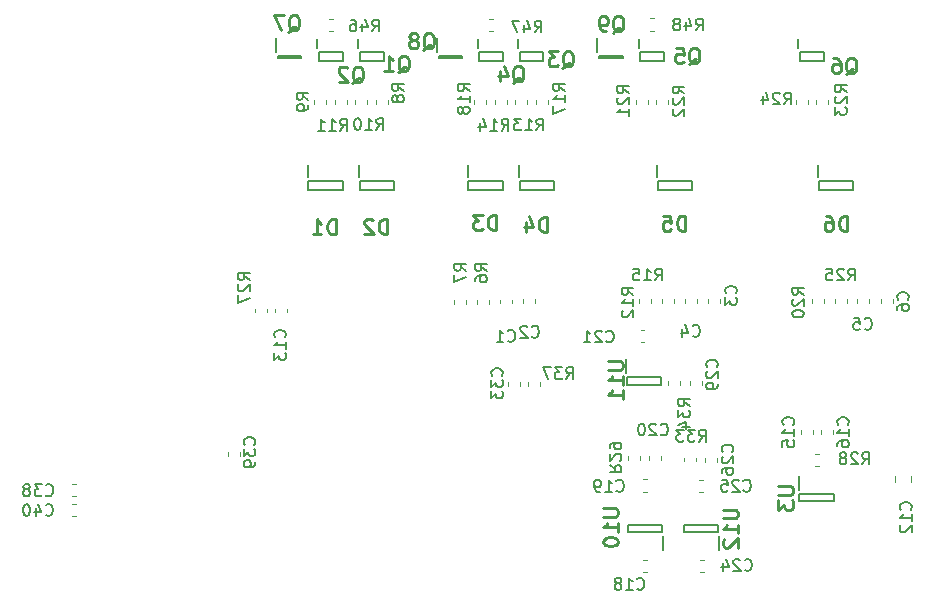
<source format=gbr>
G04 #@! TF.GenerationSoftware,KiCad,Pcbnew,5.1.4-e60b266~84~ubuntu18.04.1*
G04 #@! TF.CreationDate,2019-11-16T12:15:05+03:00*
G04 #@! TF.ProjectId,EV2400-EVM-Interface-Board,45563234-3030-42d4-9556-4d2d496e7465,v1.0*
G04 #@! TF.SameCoordinates,Original*
G04 #@! TF.FileFunction,Legend,Bot*
G04 #@! TF.FilePolarity,Positive*
%FSLAX46Y46*%
G04 Gerber Fmt 4.6, Leading zero omitted, Abs format (unit mm)*
G04 Created by KiCad (PCBNEW 5.1.4-e60b266~84~ubuntu18.04.1) date 2019-11-16 12:15:05*
%MOMM*%
%LPD*%
G04 APERTURE LIST*
%ADD10C,0.200000*%
%ADD11C,0.120000*%
%ADD12C,0.254000*%
%ADD13C,0.150000*%
G04 APERTURE END LIST*
D10*
X152915000Y-74600000D02*
X152915000Y-75600000D01*
X155880000Y-75950000D02*
X152960000Y-75950000D01*
X155880000Y-76650000D02*
X155880000Y-75950000D01*
X152960000Y-76650000D02*
X155880000Y-76650000D01*
X152960000Y-75950000D02*
X152960000Y-76650000D01*
X178235000Y-74600000D02*
X178235000Y-75600000D01*
X181200000Y-75950000D02*
X178280000Y-75950000D01*
X181200000Y-76650000D02*
X181200000Y-75950000D01*
X178280000Y-76650000D02*
X181200000Y-76650000D01*
X178280000Y-75950000D02*
X178280000Y-76650000D01*
X164605000Y-74600000D02*
X164605000Y-75600000D01*
X167570000Y-75950000D02*
X164650000Y-75950000D01*
X167570000Y-76650000D02*
X167570000Y-75950000D01*
X164650000Y-76650000D02*
X167570000Y-76650000D01*
X164650000Y-75950000D02*
X164650000Y-76650000D01*
X148575000Y-74600000D02*
X148575000Y-75600000D01*
X151540000Y-75950000D02*
X148620000Y-75950000D01*
X151540000Y-76650000D02*
X151540000Y-75950000D01*
X148620000Y-76650000D02*
X151540000Y-76650000D01*
X148620000Y-75950000D02*
X148620000Y-76650000D01*
X139365000Y-74600000D02*
X139365000Y-75600000D01*
X142330000Y-75950000D02*
X139410000Y-75950000D01*
X142330000Y-76650000D02*
X142330000Y-75950000D01*
X139410000Y-76650000D02*
X142330000Y-76650000D01*
X139410000Y-75950000D02*
X139410000Y-76650000D01*
X135005000Y-74600000D02*
X135005000Y-75600000D01*
X137970000Y-75950000D02*
X135050000Y-75950000D01*
X137970000Y-76650000D02*
X137970000Y-75950000D01*
X135050000Y-76650000D02*
X137970000Y-76650000D01*
X135050000Y-75950000D02*
X135050000Y-76650000D01*
X169820000Y-107170000D02*
X169820000Y-105970000D01*
X166870000Y-105620000D02*
X169770000Y-105620000D01*
X166870000Y-105020000D02*
X166870000Y-105620000D01*
X169770000Y-105020000D02*
X166870000Y-105020000D01*
X169770000Y-105620000D02*
X169770000Y-105020000D01*
X162000000Y-91000000D02*
X162000000Y-92200000D01*
X164950000Y-92550000D02*
X162050000Y-92550000D01*
X164950000Y-93150000D02*
X164950000Y-92550000D01*
X162050000Y-93150000D02*
X164950000Y-93150000D01*
X162050000Y-92550000D02*
X162050000Y-93150000D01*
X165070000Y-107170000D02*
X165070000Y-105970000D01*
X162120000Y-105620000D02*
X165020000Y-105620000D01*
X162120000Y-105020000D02*
X162120000Y-105620000D01*
X165020000Y-105020000D02*
X162120000Y-105020000D01*
X165020000Y-105620000D02*
X165020000Y-105020000D01*
X176596000Y-100870000D02*
X176596000Y-102070000D01*
X179546000Y-102420000D02*
X176646000Y-102420000D01*
X179546000Y-103020000D02*
X179546000Y-102420000D01*
X176646000Y-103020000D02*
X179546000Y-103020000D01*
X176646000Y-102420000D02*
X176646000Y-103020000D01*
X176570000Y-63925000D02*
X176570000Y-64675000D01*
X178720000Y-65025000D02*
X176720000Y-65025000D01*
X178720000Y-65775000D02*
X178720000Y-65025000D01*
X176720000Y-65775000D02*
X178720000Y-65775000D01*
X176720000Y-65025000D02*
X176720000Y-65775000D01*
X163040000Y-63925000D02*
X163040000Y-64675000D01*
X165190000Y-65025000D02*
X163190000Y-65025000D01*
X165190000Y-65775000D02*
X165190000Y-65025000D01*
X163190000Y-65775000D02*
X165190000Y-65775000D01*
X163190000Y-65025000D02*
X163190000Y-65775000D01*
X149400000Y-63925000D02*
X149400000Y-64675000D01*
X151550000Y-65025000D02*
X149550000Y-65025000D01*
X151550000Y-65775000D02*
X151550000Y-65025000D01*
X149550000Y-65775000D02*
X151550000Y-65775000D01*
X149550000Y-65025000D02*
X149550000Y-65775000D01*
X152810000Y-63925000D02*
X152810000Y-64675000D01*
X154960000Y-65025000D02*
X152960000Y-65025000D01*
X154960000Y-65775000D02*
X154960000Y-65025000D01*
X152960000Y-65775000D02*
X154960000Y-65775000D01*
X152960000Y-65025000D02*
X152960000Y-65775000D01*
X135820000Y-63925000D02*
X135820000Y-64675000D01*
X137970000Y-65025000D02*
X135970000Y-65025000D01*
X137970000Y-65775000D02*
X137970000Y-65025000D01*
X135970000Y-65775000D02*
X137970000Y-65775000D01*
X135970000Y-65025000D02*
X135970000Y-65775000D01*
X139300000Y-63925000D02*
X139300000Y-64675000D01*
X141450000Y-65025000D02*
X139450000Y-65025000D01*
X141450000Y-65775000D02*
X141450000Y-65025000D01*
X139450000Y-65775000D02*
X141450000Y-65775000D01*
X139450000Y-65025000D02*
X139450000Y-65775000D01*
X159525000Y-63825000D02*
X159525000Y-64975000D01*
X161700000Y-65325000D02*
X159700000Y-65325000D01*
X161700000Y-65475000D02*
X161700000Y-65325000D01*
X159700000Y-65475000D02*
X161700000Y-65475000D01*
X159700000Y-65325000D02*
X159700000Y-65475000D01*
X145945000Y-63825000D02*
X145945000Y-64975000D01*
X148120000Y-65325000D02*
X146120000Y-65325000D01*
X148120000Y-65475000D02*
X148120000Y-65325000D01*
X146120000Y-65475000D02*
X148120000Y-65475000D01*
X146120000Y-65325000D02*
X146120000Y-65475000D01*
X132315000Y-63825000D02*
X132315000Y-64975000D01*
X134490000Y-65325000D02*
X132490000Y-65325000D01*
X134490000Y-65475000D02*
X134490000Y-65325000D01*
X132490000Y-65475000D02*
X134490000Y-65475000D01*
X132490000Y-65325000D02*
X132490000Y-65475000D01*
D11*
X164352779Y-63180000D02*
X164027221Y-63180000D01*
X164352779Y-62160000D02*
X164027221Y-62160000D01*
X150722779Y-63220000D02*
X150397221Y-63220000D01*
X150722779Y-62200000D02*
X150397221Y-62200000D01*
X137142779Y-63210000D02*
X136817221Y-63210000D01*
X137142779Y-62190000D02*
X136817221Y-62190000D01*
X154670000Y-92977221D02*
X154670000Y-93302779D01*
X153650000Y-92977221D02*
X153650000Y-93302779D01*
X165540000Y-93162779D02*
X165540000Y-92837221D01*
X166560000Y-93162779D02*
X166560000Y-92837221D01*
X166840000Y-99662779D02*
X166840000Y-99337221D01*
X167860000Y-99662779D02*
X167860000Y-99337221D01*
X162110000Y-99542779D02*
X162110000Y-99217221D01*
X163130000Y-99542779D02*
X163130000Y-99217221D01*
X177963221Y-99060000D02*
X178288779Y-99060000D01*
X177963221Y-100080000D02*
X178288779Y-100080000D01*
X131560000Y-86727221D02*
X131560000Y-87052779D01*
X130540000Y-86727221D02*
X130540000Y-87052779D01*
X180670000Y-85947221D02*
X180670000Y-86272779D01*
X179650000Y-85947221D02*
X179650000Y-86272779D01*
X177350000Y-69037221D02*
X177350000Y-69362779D01*
X176330000Y-69037221D02*
X176330000Y-69362779D01*
X179060000Y-69037221D02*
X179060000Y-69362779D01*
X178040000Y-69037221D02*
X178040000Y-69362779D01*
X165530000Y-69037221D02*
X165530000Y-69362779D01*
X164510000Y-69037221D02*
X164510000Y-69362779D01*
X163820000Y-69037221D02*
X163820000Y-69362779D01*
X162800000Y-69037221D02*
X162800000Y-69362779D01*
X178770000Y-85947221D02*
X178770000Y-86272779D01*
X177750000Y-85947221D02*
X177750000Y-86272779D01*
X150150000Y-69037221D02*
X150150000Y-69362779D01*
X149130000Y-69037221D02*
X149130000Y-69362779D01*
X155360000Y-69037221D02*
X155360000Y-69362779D01*
X154340000Y-69037221D02*
X154340000Y-69362779D01*
X166010000Y-85947221D02*
X166010000Y-86272779D01*
X164990000Y-85947221D02*
X164990000Y-86272779D01*
X151880000Y-69037221D02*
X151880000Y-69362779D01*
X150860000Y-69037221D02*
X150860000Y-69362779D01*
X153620000Y-69037221D02*
X153620000Y-69362779D01*
X152600000Y-69037221D02*
X152600000Y-69362779D01*
X164060000Y-85947221D02*
X164060000Y-86272779D01*
X163040000Y-85947221D02*
X163040000Y-86272779D01*
X138330000Y-69037221D02*
X138330000Y-69362779D01*
X137310000Y-69037221D02*
X137310000Y-69362779D01*
X140060000Y-69037221D02*
X140060000Y-69362779D01*
X139040000Y-69037221D02*
X139040000Y-69362779D01*
X136560000Y-69037221D02*
X136560000Y-69362779D01*
X135540000Y-69037221D02*
X135540000Y-69362779D01*
X141810000Y-69037221D02*
X141810000Y-69362779D01*
X140790000Y-69037221D02*
X140790000Y-69362779D01*
X148420000Y-85967221D02*
X148420000Y-86292779D01*
X147400000Y-85967221D02*
X147400000Y-86292779D01*
X150370000Y-85967221D02*
X150370000Y-86292779D01*
X149350000Y-85967221D02*
X149350000Y-86292779D01*
X115362779Y-104310000D02*
X115037221Y-104310000D01*
X115362779Y-103290000D02*
X115037221Y-103290000D01*
X128290000Y-99212779D02*
X128290000Y-98887221D01*
X129310000Y-99212779D02*
X129310000Y-98887221D01*
X115037221Y-101590000D02*
X115362779Y-101590000D01*
X115037221Y-102610000D02*
X115362779Y-102610000D01*
X152980000Y-92967221D02*
X152980000Y-93292779D01*
X151960000Y-92967221D02*
X151960000Y-93292779D01*
X167390000Y-93162779D02*
X167390000Y-92837221D01*
X168410000Y-93162779D02*
X168410000Y-92837221D01*
X168670000Y-99672779D02*
X168670000Y-99347221D01*
X169690000Y-99672779D02*
X169690000Y-99347221D01*
X168462779Y-102260000D02*
X168137221Y-102260000D01*
X168462779Y-101240000D02*
X168137221Y-101240000D01*
X168562779Y-109010000D02*
X168237221Y-109010000D01*
X168562779Y-107990000D02*
X168237221Y-107990000D01*
X163207221Y-88530000D02*
X163532779Y-88530000D01*
X163207221Y-89550000D02*
X163532779Y-89550000D01*
X163940000Y-99512779D02*
X163940000Y-99187221D01*
X164960000Y-99512779D02*
X164960000Y-99187221D01*
X163762779Y-102210000D02*
X163437221Y-102210000D01*
X163762779Y-101190000D02*
X163437221Y-101190000D01*
X163762779Y-109010000D02*
X163437221Y-109010000D01*
X163762779Y-107990000D02*
X163437221Y-107990000D01*
X178446000Y-97362779D02*
X178446000Y-97037221D01*
X179466000Y-97362779D02*
X179466000Y-97037221D01*
X176806000Y-97362779D02*
X176806000Y-97037221D01*
X177826000Y-97362779D02*
X177826000Y-97037221D01*
X133230000Y-86727221D02*
X133230000Y-87052779D01*
X132210000Y-86727221D02*
X132210000Y-87052779D01*
X186130000Y-100891422D02*
X186130000Y-101408578D01*
X184710000Y-100891422D02*
X184710000Y-101408578D01*
X184560000Y-85947221D02*
X184560000Y-86272779D01*
X183540000Y-85947221D02*
X183540000Y-86272779D01*
X182580000Y-85947221D02*
X182580000Y-86272779D01*
X181560000Y-85947221D02*
X181560000Y-86272779D01*
X167960000Y-85947221D02*
X167960000Y-86272779D01*
X166940000Y-85947221D02*
X166940000Y-86272779D01*
X169910000Y-85937221D02*
X169910000Y-86262779D01*
X168890000Y-85937221D02*
X168890000Y-86262779D01*
X154260000Y-85947221D02*
X154260000Y-86272779D01*
X153240000Y-85947221D02*
X153240000Y-86272779D01*
X152320000Y-85957221D02*
X152320000Y-86282779D01*
X151300000Y-85957221D02*
X151300000Y-86282779D01*
D12*
X155307380Y-80234523D02*
X155307380Y-78964523D01*
X155005000Y-78964523D01*
X154823571Y-79025000D01*
X154702619Y-79145952D01*
X154642142Y-79266904D01*
X154581666Y-79508809D01*
X154581666Y-79690238D01*
X154642142Y-79932142D01*
X154702619Y-80053095D01*
X154823571Y-80174047D01*
X155005000Y-80234523D01*
X155307380Y-80234523D01*
X153493095Y-79387857D02*
X153493095Y-80234523D01*
X153795476Y-78904047D02*
X154097857Y-79811190D01*
X153311666Y-79811190D01*
X180717380Y-80154523D02*
X180717380Y-78884523D01*
X180415000Y-78884523D01*
X180233571Y-78945000D01*
X180112619Y-79065952D01*
X180052142Y-79186904D01*
X179991666Y-79428809D01*
X179991666Y-79610238D01*
X180052142Y-79852142D01*
X180112619Y-79973095D01*
X180233571Y-80094047D01*
X180415000Y-80154523D01*
X180717380Y-80154523D01*
X178903095Y-78884523D02*
X179145000Y-78884523D01*
X179265952Y-78945000D01*
X179326428Y-79005476D01*
X179447380Y-79186904D01*
X179507857Y-79428809D01*
X179507857Y-79912619D01*
X179447380Y-80033571D01*
X179386904Y-80094047D01*
X179265952Y-80154523D01*
X179024047Y-80154523D01*
X178903095Y-80094047D01*
X178842619Y-80033571D01*
X178782142Y-79912619D01*
X178782142Y-79610238D01*
X178842619Y-79489285D01*
X178903095Y-79428809D01*
X179024047Y-79368333D01*
X179265952Y-79368333D01*
X179386904Y-79428809D01*
X179447380Y-79489285D01*
X179507857Y-79610238D01*
X166997380Y-80124523D02*
X166997380Y-78854523D01*
X166695000Y-78854523D01*
X166513571Y-78915000D01*
X166392619Y-79035952D01*
X166332142Y-79156904D01*
X166271666Y-79398809D01*
X166271666Y-79580238D01*
X166332142Y-79822142D01*
X166392619Y-79943095D01*
X166513571Y-80064047D01*
X166695000Y-80124523D01*
X166997380Y-80124523D01*
X165122619Y-78854523D02*
X165727380Y-78854523D01*
X165787857Y-79459285D01*
X165727380Y-79398809D01*
X165606428Y-79338333D01*
X165304047Y-79338333D01*
X165183095Y-79398809D01*
X165122619Y-79459285D01*
X165062142Y-79580238D01*
X165062142Y-79882619D01*
X165122619Y-80003571D01*
X165183095Y-80064047D01*
X165304047Y-80124523D01*
X165606428Y-80124523D01*
X165727380Y-80064047D01*
X165787857Y-80003571D01*
X150987380Y-80064523D02*
X150987380Y-78794523D01*
X150685000Y-78794523D01*
X150503571Y-78855000D01*
X150382619Y-78975952D01*
X150322142Y-79096904D01*
X150261666Y-79338809D01*
X150261666Y-79520238D01*
X150322142Y-79762142D01*
X150382619Y-79883095D01*
X150503571Y-80004047D01*
X150685000Y-80064523D01*
X150987380Y-80064523D01*
X149838333Y-78794523D02*
X149052142Y-78794523D01*
X149475476Y-79278333D01*
X149294047Y-79278333D01*
X149173095Y-79338809D01*
X149112619Y-79399285D01*
X149052142Y-79520238D01*
X149052142Y-79822619D01*
X149112619Y-79943571D01*
X149173095Y-80004047D01*
X149294047Y-80064523D01*
X149656904Y-80064523D01*
X149777857Y-80004047D01*
X149838333Y-79943571D01*
X141757380Y-80394523D02*
X141757380Y-79124523D01*
X141455000Y-79124523D01*
X141273571Y-79185000D01*
X141152619Y-79305952D01*
X141092142Y-79426904D01*
X141031666Y-79668809D01*
X141031666Y-79850238D01*
X141092142Y-80092142D01*
X141152619Y-80213095D01*
X141273571Y-80334047D01*
X141455000Y-80394523D01*
X141757380Y-80394523D01*
X140547857Y-79245476D02*
X140487380Y-79185000D01*
X140366428Y-79124523D01*
X140064047Y-79124523D01*
X139943095Y-79185000D01*
X139882619Y-79245476D01*
X139822142Y-79366428D01*
X139822142Y-79487380D01*
X139882619Y-79668809D01*
X140608333Y-80394523D01*
X139822142Y-80394523D01*
X137397380Y-80444523D02*
X137397380Y-79174523D01*
X137095000Y-79174523D01*
X136913571Y-79235000D01*
X136792619Y-79355952D01*
X136732142Y-79476904D01*
X136671666Y-79718809D01*
X136671666Y-79900238D01*
X136732142Y-80142142D01*
X136792619Y-80263095D01*
X136913571Y-80384047D01*
X137095000Y-80444523D01*
X137397380Y-80444523D01*
X135462142Y-80444523D02*
X136187857Y-80444523D01*
X135825000Y-80444523D02*
X135825000Y-79174523D01*
X135945952Y-79355952D01*
X136066904Y-79476904D01*
X136187857Y-79537380D01*
X170164523Y-103747619D02*
X171192619Y-103747619D01*
X171313571Y-103808095D01*
X171374047Y-103868571D01*
X171434523Y-103989523D01*
X171434523Y-104231428D01*
X171374047Y-104352380D01*
X171313571Y-104412857D01*
X171192619Y-104473333D01*
X170164523Y-104473333D01*
X171434523Y-105743333D02*
X171434523Y-105017619D01*
X171434523Y-105380476D02*
X170164523Y-105380476D01*
X170345952Y-105259523D01*
X170466904Y-105138571D01*
X170527380Y-105017619D01*
X170285476Y-106227142D02*
X170225000Y-106287619D01*
X170164523Y-106408571D01*
X170164523Y-106710952D01*
X170225000Y-106831904D01*
X170285476Y-106892380D01*
X170406428Y-106952857D01*
X170527380Y-106952857D01*
X170708809Y-106892380D01*
X171434523Y-106166666D01*
X171434523Y-106952857D01*
X160454523Y-91167619D02*
X161482619Y-91167619D01*
X161603571Y-91228095D01*
X161664047Y-91288571D01*
X161724523Y-91409523D01*
X161724523Y-91651428D01*
X161664047Y-91772380D01*
X161603571Y-91832857D01*
X161482619Y-91893333D01*
X160454523Y-91893333D01*
X161724523Y-93163333D02*
X161724523Y-92437619D01*
X161724523Y-92800476D02*
X160454523Y-92800476D01*
X160635952Y-92679523D01*
X160756904Y-92558571D01*
X160817380Y-92437619D01*
X161724523Y-94372857D02*
X161724523Y-93647142D01*
X161724523Y-94010000D02*
X160454523Y-94010000D01*
X160635952Y-93889047D01*
X160756904Y-93768095D01*
X160817380Y-93647142D01*
X160034523Y-103617619D02*
X161062619Y-103617619D01*
X161183571Y-103678095D01*
X161244047Y-103738571D01*
X161304523Y-103859523D01*
X161304523Y-104101428D01*
X161244047Y-104222380D01*
X161183571Y-104282857D01*
X161062619Y-104343333D01*
X160034523Y-104343333D01*
X161304523Y-105613333D02*
X161304523Y-104887619D01*
X161304523Y-105250476D02*
X160034523Y-105250476D01*
X160215952Y-105129523D01*
X160336904Y-105008571D01*
X160397380Y-104887619D01*
X160034523Y-106399523D02*
X160034523Y-106520476D01*
X160095000Y-106641428D01*
X160155476Y-106701904D01*
X160276428Y-106762380D01*
X160518333Y-106822857D01*
X160820714Y-106822857D01*
X161062619Y-106762380D01*
X161183571Y-106701904D01*
X161244047Y-106641428D01*
X161304523Y-106520476D01*
X161304523Y-106399523D01*
X161244047Y-106278571D01*
X161183571Y-106218095D01*
X161062619Y-106157619D01*
X160820714Y-106097142D01*
X160518333Y-106097142D01*
X160276428Y-106157619D01*
X160155476Y-106218095D01*
X160095000Y-106278571D01*
X160034523Y-106399523D01*
X174860523Y-101752380D02*
X175888619Y-101752380D01*
X176009571Y-101812857D01*
X176070047Y-101873333D01*
X176130523Y-101994285D01*
X176130523Y-102236190D01*
X176070047Y-102357142D01*
X176009571Y-102417619D01*
X175888619Y-102478095D01*
X174860523Y-102478095D01*
X174860523Y-102961904D02*
X174860523Y-103748095D01*
X175344333Y-103324761D01*
X175344333Y-103506190D01*
X175404809Y-103627142D01*
X175465285Y-103687619D01*
X175586238Y-103748095D01*
X175888619Y-103748095D01*
X176009571Y-103687619D01*
X176070047Y-103627142D01*
X176130523Y-103506190D01*
X176130523Y-103143333D01*
X176070047Y-103022380D01*
X176009571Y-102961904D01*
X180560952Y-66895476D02*
X180681904Y-66835000D01*
X180802857Y-66714047D01*
X180984285Y-66532619D01*
X181105238Y-66472142D01*
X181226190Y-66472142D01*
X181165714Y-66774523D02*
X181286666Y-66714047D01*
X181407619Y-66593095D01*
X181468095Y-66351190D01*
X181468095Y-65927857D01*
X181407619Y-65685952D01*
X181286666Y-65565000D01*
X181165714Y-65504523D01*
X180923809Y-65504523D01*
X180802857Y-65565000D01*
X180681904Y-65685952D01*
X180621428Y-65927857D01*
X180621428Y-66351190D01*
X180681904Y-66593095D01*
X180802857Y-66714047D01*
X180923809Y-66774523D01*
X181165714Y-66774523D01*
X179532857Y-65504523D02*
X179774761Y-65504523D01*
X179895714Y-65565000D01*
X179956190Y-65625476D01*
X180077142Y-65806904D01*
X180137619Y-66048809D01*
X180137619Y-66532619D01*
X180077142Y-66653571D01*
X180016666Y-66714047D01*
X179895714Y-66774523D01*
X179653809Y-66774523D01*
X179532857Y-66714047D01*
X179472380Y-66653571D01*
X179411904Y-66532619D01*
X179411904Y-66230238D01*
X179472380Y-66109285D01*
X179532857Y-66048809D01*
X179653809Y-65988333D01*
X179895714Y-65988333D01*
X180016666Y-66048809D01*
X180077142Y-66109285D01*
X180137619Y-66230238D01*
X167270952Y-66055476D02*
X167391904Y-65995000D01*
X167512857Y-65874047D01*
X167694285Y-65692619D01*
X167815238Y-65632142D01*
X167936190Y-65632142D01*
X167875714Y-65934523D02*
X167996666Y-65874047D01*
X168117619Y-65753095D01*
X168178095Y-65511190D01*
X168178095Y-65087857D01*
X168117619Y-64845952D01*
X167996666Y-64725000D01*
X167875714Y-64664523D01*
X167633809Y-64664523D01*
X167512857Y-64725000D01*
X167391904Y-64845952D01*
X167331428Y-65087857D01*
X167331428Y-65511190D01*
X167391904Y-65753095D01*
X167512857Y-65874047D01*
X167633809Y-65934523D01*
X167875714Y-65934523D01*
X166182380Y-64664523D02*
X166787142Y-64664523D01*
X166847619Y-65269285D01*
X166787142Y-65208809D01*
X166666190Y-65148333D01*
X166363809Y-65148333D01*
X166242857Y-65208809D01*
X166182380Y-65269285D01*
X166121904Y-65390238D01*
X166121904Y-65692619D01*
X166182380Y-65813571D01*
X166242857Y-65874047D01*
X166363809Y-65934523D01*
X166666190Y-65934523D01*
X166787142Y-65874047D01*
X166847619Y-65813571D01*
X152370952Y-67595476D02*
X152491904Y-67535000D01*
X152612857Y-67414047D01*
X152794285Y-67232619D01*
X152915238Y-67172142D01*
X153036190Y-67172142D01*
X152975714Y-67474523D02*
X153096666Y-67414047D01*
X153217619Y-67293095D01*
X153278095Y-67051190D01*
X153278095Y-66627857D01*
X153217619Y-66385952D01*
X153096666Y-66265000D01*
X152975714Y-66204523D01*
X152733809Y-66204523D01*
X152612857Y-66265000D01*
X152491904Y-66385952D01*
X152431428Y-66627857D01*
X152431428Y-67051190D01*
X152491904Y-67293095D01*
X152612857Y-67414047D01*
X152733809Y-67474523D01*
X152975714Y-67474523D01*
X151342857Y-66627857D02*
X151342857Y-67474523D01*
X151645238Y-66144047D02*
X151947619Y-67051190D01*
X151161428Y-67051190D01*
X156580952Y-66345476D02*
X156701904Y-66285000D01*
X156822857Y-66164047D01*
X157004285Y-65982619D01*
X157125238Y-65922142D01*
X157246190Y-65922142D01*
X157185714Y-66224523D02*
X157306666Y-66164047D01*
X157427619Y-66043095D01*
X157488095Y-65801190D01*
X157488095Y-65377857D01*
X157427619Y-65135952D01*
X157306666Y-65015000D01*
X157185714Y-64954523D01*
X156943809Y-64954523D01*
X156822857Y-65015000D01*
X156701904Y-65135952D01*
X156641428Y-65377857D01*
X156641428Y-65801190D01*
X156701904Y-66043095D01*
X156822857Y-66164047D01*
X156943809Y-66224523D01*
X157185714Y-66224523D01*
X156218095Y-64954523D02*
X155431904Y-64954523D01*
X155855238Y-65438333D01*
X155673809Y-65438333D01*
X155552857Y-65498809D01*
X155492380Y-65559285D01*
X155431904Y-65680238D01*
X155431904Y-65982619D01*
X155492380Y-66103571D01*
X155552857Y-66164047D01*
X155673809Y-66224523D01*
X156036666Y-66224523D01*
X156157619Y-66164047D01*
X156218095Y-66103571D01*
X138790952Y-67635476D02*
X138911904Y-67575000D01*
X139032857Y-67454047D01*
X139214285Y-67272619D01*
X139335238Y-67212142D01*
X139456190Y-67212142D01*
X139395714Y-67514523D02*
X139516666Y-67454047D01*
X139637619Y-67333095D01*
X139698095Y-67091190D01*
X139698095Y-66667857D01*
X139637619Y-66425952D01*
X139516666Y-66305000D01*
X139395714Y-66244523D01*
X139153809Y-66244523D01*
X139032857Y-66305000D01*
X138911904Y-66425952D01*
X138851428Y-66667857D01*
X138851428Y-67091190D01*
X138911904Y-67333095D01*
X139032857Y-67454047D01*
X139153809Y-67514523D01*
X139395714Y-67514523D01*
X138367619Y-66365476D02*
X138307142Y-66305000D01*
X138186190Y-66244523D01*
X137883809Y-66244523D01*
X137762857Y-66305000D01*
X137702380Y-66365476D01*
X137641904Y-66486428D01*
X137641904Y-66607380D01*
X137702380Y-66788809D01*
X138428095Y-67514523D01*
X137641904Y-67514523D01*
X142660952Y-66715476D02*
X142781904Y-66655000D01*
X142902857Y-66534047D01*
X143084285Y-66352619D01*
X143205238Y-66292142D01*
X143326190Y-66292142D01*
X143265714Y-66594523D02*
X143386666Y-66534047D01*
X143507619Y-66413095D01*
X143568095Y-66171190D01*
X143568095Y-65747857D01*
X143507619Y-65505952D01*
X143386666Y-65385000D01*
X143265714Y-65324523D01*
X143023809Y-65324523D01*
X142902857Y-65385000D01*
X142781904Y-65505952D01*
X142721428Y-65747857D01*
X142721428Y-66171190D01*
X142781904Y-66413095D01*
X142902857Y-66534047D01*
X143023809Y-66594523D01*
X143265714Y-66594523D01*
X141511904Y-66594523D02*
X142237619Y-66594523D01*
X141874761Y-66594523D02*
X141874761Y-65324523D01*
X141995714Y-65505952D01*
X142116666Y-65626904D01*
X142237619Y-65687380D01*
X160830952Y-63355476D02*
X160951904Y-63295000D01*
X161072857Y-63174047D01*
X161254285Y-62992619D01*
X161375238Y-62932142D01*
X161496190Y-62932142D01*
X161435714Y-63234523D02*
X161556666Y-63174047D01*
X161677619Y-63053095D01*
X161738095Y-62811190D01*
X161738095Y-62387857D01*
X161677619Y-62145952D01*
X161556666Y-62025000D01*
X161435714Y-61964523D01*
X161193809Y-61964523D01*
X161072857Y-62025000D01*
X160951904Y-62145952D01*
X160891428Y-62387857D01*
X160891428Y-62811190D01*
X160951904Y-63053095D01*
X161072857Y-63174047D01*
X161193809Y-63234523D01*
X161435714Y-63234523D01*
X160286666Y-63234523D02*
X160044761Y-63234523D01*
X159923809Y-63174047D01*
X159863333Y-63113571D01*
X159742380Y-62932142D01*
X159681904Y-62690238D01*
X159681904Y-62206428D01*
X159742380Y-62085476D01*
X159802857Y-62025000D01*
X159923809Y-61964523D01*
X160165714Y-61964523D01*
X160286666Y-62025000D01*
X160347142Y-62085476D01*
X160407619Y-62206428D01*
X160407619Y-62508809D01*
X160347142Y-62629761D01*
X160286666Y-62690238D01*
X160165714Y-62750714D01*
X159923809Y-62750714D01*
X159802857Y-62690238D01*
X159742380Y-62629761D01*
X159681904Y-62508809D01*
X144780952Y-64815476D02*
X144901904Y-64755000D01*
X145022857Y-64634047D01*
X145204285Y-64452619D01*
X145325238Y-64392142D01*
X145446190Y-64392142D01*
X145385714Y-64694523D02*
X145506666Y-64634047D01*
X145627619Y-64513095D01*
X145688095Y-64271190D01*
X145688095Y-63847857D01*
X145627619Y-63605952D01*
X145506666Y-63485000D01*
X145385714Y-63424523D01*
X145143809Y-63424523D01*
X145022857Y-63485000D01*
X144901904Y-63605952D01*
X144841428Y-63847857D01*
X144841428Y-64271190D01*
X144901904Y-64513095D01*
X145022857Y-64634047D01*
X145143809Y-64694523D01*
X145385714Y-64694523D01*
X144115714Y-63968809D02*
X144236666Y-63908333D01*
X144297142Y-63847857D01*
X144357619Y-63726904D01*
X144357619Y-63666428D01*
X144297142Y-63545476D01*
X144236666Y-63485000D01*
X144115714Y-63424523D01*
X143873809Y-63424523D01*
X143752857Y-63485000D01*
X143692380Y-63545476D01*
X143631904Y-63666428D01*
X143631904Y-63726904D01*
X143692380Y-63847857D01*
X143752857Y-63908333D01*
X143873809Y-63968809D01*
X144115714Y-63968809D01*
X144236666Y-64029285D01*
X144297142Y-64089761D01*
X144357619Y-64210714D01*
X144357619Y-64452619D01*
X144297142Y-64573571D01*
X144236666Y-64634047D01*
X144115714Y-64694523D01*
X143873809Y-64694523D01*
X143752857Y-64634047D01*
X143692380Y-64573571D01*
X143631904Y-64452619D01*
X143631904Y-64210714D01*
X143692380Y-64089761D01*
X143752857Y-64029285D01*
X143873809Y-63968809D01*
X133390952Y-63285476D02*
X133511904Y-63225000D01*
X133632857Y-63104047D01*
X133814285Y-62922619D01*
X133935238Y-62862142D01*
X134056190Y-62862142D01*
X133995714Y-63164523D02*
X134116666Y-63104047D01*
X134237619Y-62983095D01*
X134298095Y-62741190D01*
X134298095Y-62317857D01*
X134237619Y-62075952D01*
X134116666Y-61955000D01*
X133995714Y-61894523D01*
X133753809Y-61894523D01*
X133632857Y-61955000D01*
X133511904Y-62075952D01*
X133451428Y-62317857D01*
X133451428Y-62741190D01*
X133511904Y-62983095D01*
X133632857Y-63104047D01*
X133753809Y-63164523D01*
X133995714Y-63164523D01*
X133028095Y-61894523D02*
X132181428Y-61894523D01*
X132725714Y-63164523D01*
D13*
X167882857Y-63162380D02*
X168216190Y-62686190D01*
X168454285Y-63162380D02*
X168454285Y-62162380D01*
X168073333Y-62162380D01*
X167978095Y-62210000D01*
X167930476Y-62257619D01*
X167882857Y-62352857D01*
X167882857Y-62495714D01*
X167930476Y-62590952D01*
X167978095Y-62638571D01*
X168073333Y-62686190D01*
X168454285Y-62686190D01*
X167025714Y-62495714D02*
X167025714Y-63162380D01*
X167263809Y-62114761D02*
X167501904Y-62829047D01*
X166882857Y-62829047D01*
X166359047Y-62590952D02*
X166454285Y-62543333D01*
X166501904Y-62495714D01*
X166549523Y-62400476D01*
X166549523Y-62352857D01*
X166501904Y-62257619D01*
X166454285Y-62210000D01*
X166359047Y-62162380D01*
X166168571Y-62162380D01*
X166073333Y-62210000D01*
X166025714Y-62257619D01*
X165978095Y-62352857D01*
X165978095Y-62400476D01*
X166025714Y-62495714D01*
X166073333Y-62543333D01*
X166168571Y-62590952D01*
X166359047Y-62590952D01*
X166454285Y-62638571D01*
X166501904Y-62686190D01*
X166549523Y-62781428D01*
X166549523Y-62971904D01*
X166501904Y-63067142D01*
X166454285Y-63114761D01*
X166359047Y-63162380D01*
X166168571Y-63162380D01*
X166073333Y-63114761D01*
X166025714Y-63067142D01*
X165978095Y-62971904D01*
X165978095Y-62781428D01*
X166025714Y-62686190D01*
X166073333Y-62638571D01*
X166168571Y-62590952D01*
X154232857Y-63342380D02*
X154566190Y-62866190D01*
X154804285Y-63342380D02*
X154804285Y-62342380D01*
X154423333Y-62342380D01*
X154328095Y-62390000D01*
X154280476Y-62437619D01*
X154232857Y-62532857D01*
X154232857Y-62675714D01*
X154280476Y-62770952D01*
X154328095Y-62818571D01*
X154423333Y-62866190D01*
X154804285Y-62866190D01*
X153375714Y-62675714D02*
X153375714Y-63342380D01*
X153613809Y-62294761D02*
X153851904Y-63009047D01*
X153232857Y-63009047D01*
X152947142Y-62342380D02*
X152280476Y-62342380D01*
X152709047Y-63342380D01*
X140482857Y-63252380D02*
X140816190Y-62776190D01*
X141054285Y-63252380D02*
X141054285Y-62252380D01*
X140673333Y-62252380D01*
X140578095Y-62300000D01*
X140530476Y-62347619D01*
X140482857Y-62442857D01*
X140482857Y-62585714D01*
X140530476Y-62680952D01*
X140578095Y-62728571D01*
X140673333Y-62776190D01*
X141054285Y-62776190D01*
X139625714Y-62585714D02*
X139625714Y-63252380D01*
X139863809Y-62204761D02*
X140101904Y-62919047D01*
X139482857Y-62919047D01*
X138673333Y-62252380D02*
X138863809Y-62252380D01*
X138959047Y-62300000D01*
X139006666Y-62347619D01*
X139101904Y-62490476D01*
X139149523Y-62680952D01*
X139149523Y-63061904D01*
X139101904Y-63157142D01*
X139054285Y-63204761D01*
X138959047Y-63252380D01*
X138768571Y-63252380D01*
X138673333Y-63204761D01*
X138625714Y-63157142D01*
X138578095Y-63061904D01*
X138578095Y-62823809D01*
X138625714Y-62728571D01*
X138673333Y-62680952D01*
X138768571Y-62633333D01*
X138959047Y-62633333D01*
X139054285Y-62680952D01*
X139101904Y-62728571D01*
X139149523Y-62823809D01*
X156892857Y-92692380D02*
X157226190Y-92216190D01*
X157464285Y-92692380D02*
X157464285Y-91692380D01*
X157083333Y-91692380D01*
X156988095Y-91740000D01*
X156940476Y-91787619D01*
X156892857Y-91882857D01*
X156892857Y-92025714D01*
X156940476Y-92120952D01*
X156988095Y-92168571D01*
X157083333Y-92216190D01*
X157464285Y-92216190D01*
X156559523Y-91692380D02*
X155940476Y-91692380D01*
X156273809Y-92073333D01*
X156130952Y-92073333D01*
X156035714Y-92120952D01*
X155988095Y-92168571D01*
X155940476Y-92263809D01*
X155940476Y-92501904D01*
X155988095Y-92597142D01*
X156035714Y-92644761D01*
X156130952Y-92692380D01*
X156416666Y-92692380D01*
X156511904Y-92644761D01*
X156559523Y-92597142D01*
X155607142Y-91692380D02*
X154940476Y-91692380D01*
X155369047Y-92692380D01*
X167382380Y-94977142D02*
X166906190Y-94643809D01*
X167382380Y-94405714D02*
X166382380Y-94405714D01*
X166382380Y-94786666D01*
X166430000Y-94881904D01*
X166477619Y-94929523D01*
X166572857Y-94977142D01*
X166715714Y-94977142D01*
X166810952Y-94929523D01*
X166858571Y-94881904D01*
X166906190Y-94786666D01*
X166906190Y-94405714D01*
X166382380Y-95310476D02*
X166382380Y-95929523D01*
X166763333Y-95596190D01*
X166763333Y-95739047D01*
X166810952Y-95834285D01*
X166858571Y-95881904D01*
X166953809Y-95929523D01*
X167191904Y-95929523D01*
X167287142Y-95881904D01*
X167334761Y-95834285D01*
X167382380Y-95739047D01*
X167382380Y-95453333D01*
X167334761Y-95358095D01*
X167287142Y-95310476D01*
X166715714Y-96786666D02*
X167382380Y-96786666D01*
X166334761Y-96548571D02*
X167049047Y-96310476D01*
X167049047Y-96929523D01*
X168142857Y-97982380D02*
X168476190Y-97506190D01*
X168714285Y-97982380D02*
X168714285Y-96982380D01*
X168333333Y-96982380D01*
X168238095Y-97030000D01*
X168190476Y-97077619D01*
X168142857Y-97172857D01*
X168142857Y-97315714D01*
X168190476Y-97410952D01*
X168238095Y-97458571D01*
X168333333Y-97506190D01*
X168714285Y-97506190D01*
X167809523Y-96982380D02*
X167190476Y-96982380D01*
X167523809Y-97363333D01*
X167380952Y-97363333D01*
X167285714Y-97410952D01*
X167238095Y-97458571D01*
X167190476Y-97553809D01*
X167190476Y-97791904D01*
X167238095Y-97887142D01*
X167285714Y-97934761D01*
X167380952Y-97982380D01*
X167666666Y-97982380D01*
X167761904Y-97934761D01*
X167809523Y-97887142D01*
X166857142Y-96982380D02*
X166238095Y-96982380D01*
X166571428Y-97363333D01*
X166428571Y-97363333D01*
X166333333Y-97410952D01*
X166285714Y-97458571D01*
X166238095Y-97553809D01*
X166238095Y-97791904D01*
X166285714Y-97887142D01*
X166333333Y-97934761D01*
X166428571Y-97982380D01*
X166714285Y-97982380D01*
X166809523Y-97934761D01*
X166857142Y-97887142D01*
X160577619Y-99972857D02*
X161053809Y-100306190D01*
X160577619Y-100544285D02*
X161577619Y-100544285D01*
X161577619Y-100163333D01*
X161530000Y-100068095D01*
X161482380Y-100020476D01*
X161387142Y-99972857D01*
X161244285Y-99972857D01*
X161149047Y-100020476D01*
X161101428Y-100068095D01*
X161053809Y-100163333D01*
X161053809Y-100544285D01*
X161482380Y-99591904D02*
X161530000Y-99544285D01*
X161577619Y-99449047D01*
X161577619Y-99210952D01*
X161530000Y-99115714D01*
X161482380Y-99068095D01*
X161387142Y-99020476D01*
X161291904Y-99020476D01*
X161149047Y-99068095D01*
X160577619Y-99639523D01*
X160577619Y-99020476D01*
X160577619Y-98544285D02*
X160577619Y-98353809D01*
X160625238Y-98258571D01*
X160672857Y-98210952D01*
X160815714Y-98115714D01*
X161006190Y-98068095D01*
X161387142Y-98068095D01*
X161482380Y-98115714D01*
X161530000Y-98163333D01*
X161577619Y-98258571D01*
X161577619Y-98449047D01*
X161530000Y-98544285D01*
X161482380Y-98591904D01*
X161387142Y-98639523D01*
X161149047Y-98639523D01*
X161053809Y-98591904D01*
X161006190Y-98544285D01*
X160958571Y-98449047D01*
X160958571Y-98258571D01*
X161006190Y-98163333D01*
X161053809Y-98115714D01*
X161149047Y-98068095D01*
X181968857Y-99902380D02*
X182302190Y-99426190D01*
X182540285Y-99902380D02*
X182540285Y-98902380D01*
X182159333Y-98902380D01*
X182064095Y-98950000D01*
X182016476Y-98997619D01*
X181968857Y-99092857D01*
X181968857Y-99235714D01*
X182016476Y-99330952D01*
X182064095Y-99378571D01*
X182159333Y-99426190D01*
X182540285Y-99426190D01*
X181587904Y-98997619D02*
X181540285Y-98950000D01*
X181445047Y-98902380D01*
X181206952Y-98902380D01*
X181111714Y-98950000D01*
X181064095Y-98997619D01*
X181016476Y-99092857D01*
X181016476Y-99188095D01*
X181064095Y-99330952D01*
X181635523Y-99902380D01*
X181016476Y-99902380D01*
X180445047Y-99330952D02*
X180540285Y-99283333D01*
X180587904Y-99235714D01*
X180635523Y-99140476D01*
X180635523Y-99092857D01*
X180587904Y-98997619D01*
X180540285Y-98950000D01*
X180445047Y-98902380D01*
X180254571Y-98902380D01*
X180159333Y-98950000D01*
X180111714Y-98997619D01*
X180064095Y-99092857D01*
X180064095Y-99140476D01*
X180111714Y-99235714D01*
X180159333Y-99283333D01*
X180254571Y-99330952D01*
X180445047Y-99330952D01*
X180540285Y-99378571D01*
X180587904Y-99426190D01*
X180635523Y-99521428D01*
X180635523Y-99711904D01*
X180587904Y-99807142D01*
X180540285Y-99854761D01*
X180445047Y-99902380D01*
X180254571Y-99902380D01*
X180159333Y-99854761D01*
X180111714Y-99807142D01*
X180064095Y-99711904D01*
X180064095Y-99521428D01*
X180111714Y-99426190D01*
X180159333Y-99378571D01*
X180254571Y-99330952D01*
X130112380Y-84287142D02*
X129636190Y-83953809D01*
X130112380Y-83715714D02*
X129112380Y-83715714D01*
X129112380Y-84096666D01*
X129160000Y-84191904D01*
X129207619Y-84239523D01*
X129302857Y-84287142D01*
X129445714Y-84287142D01*
X129540952Y-84239523D01*
X129588571Y-84191904D01*
X129636190Y-84096666D01*
X129636190Y-83715714D01*
X129207619Y-84668095D02*
X129160000Y-84715714D01*
X129112380Y-84810952D01*
X129112380Y-85049047D01*
X129160000Y-85144285D01*
X129207619Y-85191904D01*
X129302857Y-85239523D01*
X129398095Y-85239523D01*
X129540952Y-85191904D01*
X130112380Y-84620476D01*
X130112380Y-85239523D01*
X129112380Y-85572857D02*
X129112380Y-86239523D01*
X130112380Y-85810952D01*
X180782857Y-84342380D02*
X181116190Y-83866190D01*
X181354285Y-84342380D02*
X181354285Y-83342380D01*
X180973333Y-83342380D01*
X180878095Y-83390000D01*
X180830476Y-83437619D01*
X180782857Y-83532857D01*
X180782857Y-83675714D01*
X180830476Y-83770952D01*
X180878095Y-83818571D01*
X180973333Y-83866190D01*
X181354285Y-83866190D01*
X180401904Y-83437619D02*
X180354285Y-83390000D01*
X180259047Y-83342380D01*
X180020952Y-83342380D01*
X179925714Y-83390000D01*
X179878095Y-83437619D01*
X179830476Y-83532857D01*
X179830476Y-83628095D01*
X179878095Y-83770952D01*
X180449523Y-84342380D01*
X179830476Y-84342380D01*
X178925714Y-83342380D02*
X179401904Y-83342380D01*
X179449523Y-83818571D01*
X179401904Y-83770952D01*
X179306666Y-83723333D01*
X179068571Y-83723333D01*
X178973333Y-83770952D01*
X178925714Y-83818571D01*
X178878095Y-83913809D01*
X178878095Y-84151904D01*
X178925714Y-84247142D01*
X178973333Y-84294761D01*
X179068571Y-84342380D01*
X179306666Y-84342380D01*
X179401904Y-84294761D01*
X179449523Y-84247142D01*
X175352857Y-69432380D02*
X175686190Y-68956190D01*
X175924285Y-69432380D02*
X175924285Y-68432380D01*
X175543333Y-68432380D01*
X175448095Y-68480000D01*
X175400476Y-68527619D01*
X175352857Y-68622857D01*
X175352857Y-68765714D01*
X175400476Y-68860952D01*
X175448095Y-68908571D01*
X175543333Y-68956190D01*
X175924285Y-68956190D01*
X174971904Y-68527619D02*
X174924285Y-68480000D01*
X174829047Y-68432380D01*
X174590952Y-68432380D01*
X174495714Y-68480000D01*
X174448095Y-68527619D01*
X174400476Y-68622857D01*
X174400476Y-68718095D01*
X174448095Y-68860952D01*
X175019523Y-69432380D01*
X174400476Y-69432380D01*
X173543333Y-68765714D02*
X173543333Y-69432380D01*
X173781428Y-68384761D02*
X174019523Y-69099047D01*
X173400476Y-69099047D01*
X180642380Y-68397142D02*
X180166190Y-68063809D01*
X180642380Y-67825714D02*
X179642380Y-67825714D01*
X179642380Y-68206666D01*
X179690000Y-68301904D01*
X179737619Y-68349523D01*
X179832857Y-68397142D01*
X179975714Y-68397142D01*
X180070952Y-68349523D01*
X180118571Y-68301904D01*
X180166190Y-68206666D01*
X180166190Y-67825714D01*
X179737619Y-68778095D02*
X179690000Y-68825714D01*
X179642380Y-68920952D01*
X179642380Y-69159047D01*
X179690000Y-69254285D01*
X179737619Y-69301904D01*
X179832857Y-69349523D01*
X179928095Y-69349523D01*
X180070952Y-69301904D01*
X180642380Y-68730476D01*
X180642380Y-69349523D01*
X179642380Y-69682857D02*
X179642380Y-70301904D01*
X180023333Y-69968571D01*
X180023333Y-70111428D01*
X180070952Y-70206666D01*
X180118571Y-70254285D01*
X180213809Y-70301904D01*
X180451904Y-70301904D01*
X180547142Y-70254285D01*
X180594761Y-70206666D01*
X180642380Y-70111428D01*
X180642380Y-69825714D01*
X180594761Y-69730476D01*
X180547142Y-69682857D01*
X166922380Y-68507142D02*
X166446190Y-68173809D01*
X166922380Y-67935714D02*
X165922380Y-67935714D01*
X165922380Y-68316666D01*
X165970000Y-68411904D01*
X166017619Y-68459523D01*
X166112857Y-68507142D01*
X166255714Y-68507142D01*
X166350952Y-68459523D01*
X166398571Y-68411904D01*
X166446190Y-68316666D01*
X166446190Y-67935714D01*
X166017619Y-68888095D02*
X165970000Y-68935714D01*
X165922380Y-69030952D01*
X165922380Y-69269047D01*
X165970000Y-69364285D01*
X166017619Y-69411904D01*
X166112857Y-69459523D01*
X166208095Y-69459523D01*
X166350952Y-69411904D01*
X166922380Y-68840476D01*
X166922380Y-69459523D01*
X166017619Y-69840476D02*
X165970000Y-69888095D01*
X165922380Y-69983333D01*
X165922380Y-70221428D01*
X165970000Y-70316666D01*
X166017619Y-70364285D01*
X166112857Y-70411904D01*
X166208095Y-70411904D01*
X166350952Y-70364285D01*
X166922380Y-69792857D01*
X166922380Y-70411904D01*
X162212380Y-68477142D02*
X161736190Y-68143809D01*
X162212380Y-67905714D02*
X161212380Y-67905714D01*
X161212380Y-68286666D01*
X161260000Y-68381904D01*
X161307619Y-68429523D01*
X161402857Y-68477142D01*
X161545714Y-68477142D01*
X161640952Y-68429523D01*
X161688571Y-68381904D01*
X161736190Y-68286666D01*
X161736190Y-67905714D01*
X161307619Y-68858095D02*
X161260000Y-68905714D01*
X161212380Y-69000952D01*
X161212380Y-69239047D01*
X161260000Y-69334285D01*
X161307619Y-69381904D01*
X161402857Y-69429523D01*
X161498095Y-69429523D01*
X161640952Y-69381904D01*
X162212380Y-68810476D01*
X162212380Y-69429523D01*
X162212380Y-70381904D02*
X162212380Y-69810476D01*
X162212380Y-70096190D02*
X161212380Y-70096190D01*
X161355238Y-70000952D01*
X161450476Y-69905714D01*
X161498095Y-69810476D01*
X177032380Y-85537142D02*
X176556190Y-85203809D01*
X177032380Y-84965714D02*
X176032380Y-84965714D01*
X176032380Y-85346666D01*
X176080000Y-85441904D01*
X176127619Y-85489523D01*
X176222857Y-85537142D01*
X176365714Y-85537142D01*
X176460952Y-85489523D01*
X176508571Y-85441904D01*
X176556190Y-85346666D01*
X176556190Y-84965714D01*
X176127619Y-85918095D02*
X176080000Y-85965714D01*
X176032380Y-86060952D01*
X176032380Y-86299047D01*
X176080000Y-86394285D01*
X176127619Y-86441904D01*
X176222857Y-86489523D01*
X176318095Y-86489523D01*
X176460952Y-86441904D01*
X177032380Y-85870476D01*
X177032380Y-86489523D01*
X176032380Y-87108571D02*
X176032380Y-87203809D01*
X176080000Y-87299047D01*
X176127619Y-87346666D01*
X176222857Y-87394285D01*
X176413333Y-87441904D01*
X176651428Y-87441904D01*
X176841904Y-87394285D01*
X176937142Y-87346666D01*
X176984761Y-87299047D01*
X177032380Y-87203809D01*
X177032380Y-87108571D01*
X176984761Y-87013333D01*
X176937142Y-86965714D01*
X176841904Y-86918095D01*
X176651428Y-86870476D01*
X176413333Y-86870476D01*
X176222857Y-86918095D01*
X176127619Y-86965714D01*
X176080000Y-87013333D01*
X176032380Y-87108571D01*
X148722380Y-68307142D02*
X148246190Y-67973809D01*
X148722380Y-67735714D02*
X147722380Y-67735714D01*
X147722380Y-68116666D01*
X147770000Y-68211904D01*
X147817619Y-68259523D01*
X147912857Y-68307142D01*
X148055714Y-68307142D01*
X148150952Y-68259523D01*
X148198571Y-68211904D01*
X148246190Y-68116666D01*
X148246190Y-67735714D01*
X148722380Y-69259523D02*
X148722380Y-68688095D01*
X148722380Y-68973809D02*
X147722380Y-68973809D01*
X147865238Y-68878571D01*
X147960476Y-68783333D01*
X148008095Y-68688095D01*
X148150952Y-69830952D02*
X148103333Y-69735714D01*
X148055714Y-69688095D01*
X147960476Y-69640476D01*
X147912857Y-69640476D01*
X147817619Y-69688095D01*
X147770000Y-69735714D01*
X147722380Y-69830952D01*
X147722380Y-70021428D01*
X147770000Y-70116666D01*
X147817619Y-70164285D01*
X147912857Y-70211904D01*
X147960476Y-70211904D01*
X148055714Y-70164285D01*
X148103333Y-70116666D01*
X148150952Y-70021428D01*
X148150952Y-69830952D01*
X148198571Y-69735714D01*
X148246190Y-69688095D01*
X148341428Y-69640476D01*
X148531904Y-69640476D01*
X148627142Y-69688095D01*
X148674761Y-69735714D01*
X148722380Y-69830952D01*
X148722380Y-70021428D01*
X148674761Y-70116666D01*
X148627142Y-70164285D01*
X148531904Y-70211904D01*
X148341428Y-70211904D01*
X148246190Y-70164285D01*
X148198571Y-70116666D01*
X148150952Y-70021428D01*
X156802380Y-68297142D02*
X156326190Y-67963809D01*
X156802380Y-67725714D02*
X155802380Y-67725714D01*
X155802380Y-68106666D01*
X155850000Y-68201904D01*
X155897619Y-68249523D01*
X155992857Y-68297142D01*
X156135714Y-68297142D01*
X156230952Y-68249523D01*
X156278571Y-68201904D01*
X156326190Y-68106666D01*
X156326190Y-67725714D01*
X156802380Y-69249523D02*
X156802380Y-68678095D01*
X156802380Y-68963809D02*
X155802380Y-68963809D01*
X155945238Y-68868571D01*
X156040476Y-68773333D01*
X156088095Y-68678095D01*
X155802380Y-69582857D02*
X155802380Y-70249523D01*
X156802380Y-69820952D01*
X164432857Y-84342380D02*
X164766190Y-83866190D01*
X165004285Y-84342380D02*
X165004285Y-83342380D01*
X164623333Y-83342380D01*
X164528095Y-83390000D01*
X164480476Y-83437619D01*
X164432857Y-83532857D01*
X164432857Y-83675714D01*
X164480476Y-83770952D01*
X164528095Y-83818571D01*
X164623333Y-83866190D01*
X165004285Y-83866190D01*
X163480476Y-84342380D02*
X164051904Y-84342380D01*
X163766190Y-84342380D02*
X163766190Y-83342380D01*
X163861428Y-83485238D01*
X163956666Y-83580476D01*
X164051904Y-83628095D01*
X162575714Y-83342380D02*
X163051904Y-83342380D01*
X163099523Y-83818571D01*
X163051904Y-83770952D01*
X162956666Y-83723333D01*
X162718571Y-83723333D01*
X162623333Y-83770952D01*
X162575714Y-83818571D01*
X162528095Y-83913809D01*
X162528095Y-84151904D01*
X162575714Y-84247142D01*
X162623333Y-84294761D01*
X162718571Y-84342380D01*
X162956666Y-84342380D01*
X163051904Y-84294761D01*
X163099523Y-84247142D01*
X151432857Y-71652380D02*
X151766190Y-71176190D01*
X152004285Y-71652380D02*
X152004285Y-70652380D01*
X151623333Y-70652380D01*
X151528095Y-70700000D01*
X151480476Y-70747619D01*
X151432857Y-70842857D01*
X151432857Y-70985714D01*
X151480476Y-71080952D01*
X151528095Y-71128571D01*
X151623333Y-71176190D01*
X152004285Y-71176190D01*
X150480476Y-71652380D02*
X151051904Y-71652380D01*
X150766190Y-71652380D02*
X150766190Y-70652380D01*
X150861428Y-70795238D01*
X150956666Y-70890476D01*
X151051904Y-70938095D01*
X149623333Y-70985714D02*
X149623333Y-71652380D01*
X149861428Y-70604761D02*
X150099523Y-71319047D01*
X149480476Y-71319047D01*
X154382857Y-71632380D02*
X154716190Y-71156190D01*
X154954285Y-71632380D02*
X154954285Y-70632380D01*
X154573333Y-70632380D01*
X154478095Y-70680000D01*
X154430476Y-70727619D01*
X154382857Y-70822857D01*
X154382857Y-70965714D01*
X154430476Y-71060952D01*
X154478095Y-71108571D01*
X154573333Y-71156190D01*
X154954285Y-71156190D01*
X153430476Y-71632380D02*
X154001904Y-71632380D01*
X153716190Y-71632380D02*
X153716190Y-70632380D01*
X153811428Y-70775238D01*
X153906666Y-70870476D01*
X154001904Y-70918095D01*
X153097142Y-70632380D02*
X152478095Y-70632380D01*
X152811428Y-71013333D01*
X152668571Y-71013333D01*
X152573333Y-71060952D01*
X152525714Y-71108571D01*
X152478095Y-71203809D01*
X152478095Y-71441904D01*
X152525714Y-71537142D01*
X152573333Y-71584761D01*
X152668571Y-71632380D01*
X152954285Y-71632380D01*
X153049523Y-71584761D01*
X153097142Y-71537142D01*
X162602380Y-85567142D02*
X162126190Y-85233809D01*
X162602380Y-84995714D02*
X161602380Y-84995714D01*
X161602380Y-85376666D01*
X161650000Y-85471904D01*
X161697619Y-85519523D01*
X161792857Y-85567142D01*
X161935714Y-85567142D01*
X162030952Y-85519523D01*
X162078571Y-85471904D01*
X162126190Y-85376666D01*
X162126190Y-84995714D01*
X162602380Y-86519523D02*
X162602380Y-85948095D01*
X162602380Y-86233809D02*
X161602380Y-86233809D01*
X161745238Y-86138571D01*
X161840476Y-86043333D01*
X161888095Y-85948095D01*
X161697619Y-86900476D02*
X161650000Y-86948095D01*
X161602380Y-87043333D01*
X161602380Y-87281428D01*
X161650000Y-87376666D01*
X161697619Y-87424285D01*
X161792857Y-87471904D01*
X161888095Y-87471904D01*
X162030952Y-87424285D01*
X162602380Y-86852857D01*
X162602380Y-87471904D01*
X137782857Y-71662380D02*
X138116190Y-71186190D01*
X138354285Y-71662380D02*
X138354285Y-70662380D01*
X137973333Y-70662380D01*
X137878095Y-70710000D01*
X137830476Y-70757619D01*
X137782857Y-70852857D01*
X137782857Y-70995714D01*
X137830476Y-71090952D01*
X137878095Y-71138571D01*
X137973333Y-71186190D01*
X138354285Y-71186190D01*
X136830476Y-71662380D02*
X137401904Y-71662380D01*
X137116190Y-71662380D02*
X137116190Y-70662380D01*
X137211428Y-70805238D01*
X137306666Y-70900476D01*
X137401904Y-70948095D01*
X135878095Y-71662380D02*
X136449523Y-71662380D01*
X136163809Y-71662380D02*
X136163809Y-70662380D01*
X136259047Y-70805238D01*
X136354285Y-70900476D01*
X136449523Y-70948095D01*
X140842857Y-71582380D02*
X141176190Y-71106190D01*
X141414285Y-71582380D02*
X141414285Y-70582380D01*
X141033333Y-70582380D01*
X140938095Y-70630000D01*
X140890476Y-70677619D01*
X140842857Y-70772857D01*
X140842857Y-70915714D01*
X140890476Y-71010952D01*
X140938095Y-71058571D01*
X141033333Y-71106190D01*
X141414285Y-71106190D01*
X139890476Y-71582380D02*
X140461904Y-71582380D01*
X140176190Y-71582380D02*
X140176190Y-70582380D01*
X140271428Y-70725238D01*
X140366666Y-70820476D01*
X140461904Y-70868095D01*
X139271428Y-70582380D02*
X139176190Y-70582380D01*
X139080952Y-70630000D01*
X139033333Y-70677619D01*
X138985714Y-70772857D01*
X138938095Y-70963333D01*
X138938095Y-71201428D01*
X138985714Y-71391904D01*
X139033333Y-71487142D01*
X139080952Y-71534761D01*
X139176190Y-71582380D01*
X139271428Y-71582380D01*
X139366666Y-71534761D01*
X139414285Y-71487142D01*
X139461904Y-71391904D01*
X139509523Y-71201428D01*
X139509523Y-70963333D01*
X139461904Y-70772857D01*
X139414285Y-70677619D01*
X139366666Y-70630000D01*
X139271428Y-70582380D01*
X135072380Y-69033333D02*
X134596190Y-68700000D01*
X135072380Y-68461904D02*
X134072380Y-68461904D01*
X134072380Y-68842857D01*
X134120000Y-68938095D01*
X134167619Y-68985714D01*
X134262857Y-69033333D01*
X134405714Y-69033333D01*
X134500952Y-68985714D01*
X134548571Y-68938095D01*
X134596190Y-68842857D01*
X134596190Y-68461904D01*
X135072380Y-69509523D02*
X135072380Y-69700000D01*
X135024761Y-69795238D01*
X134977142Y-69842857D01*
X134834285Y-69938095D01*
X134643809Y-69985714D01*
X134262857Y-69985714D01*
X134167619Y-69938095D01*
X134120000Y-69890476D01*
X134072380Y-69795238D01*
X134072380Y-69604761D01*
X134120000Y-69509523D01*
X134167619Y-69461904D01*
X134262857Y-69414285D01*
X134500952Y-69414285D01*
X134596190Y-69461904D01*
X134643809Y-69509523D01*
X134691428Y-69604761D01*
X134691428Y-69795238D01*
X134643809Y-69890476D01*
X134596190Y-69938095D01*
X134500952Y-69985714D01*
X143172380Y-68293333D02*
X142696190Y-67960000D01*
X143172380Y-67721904D02*
X142172380Y-67721904D01*
X142172380Y-68102857D01*
X142220000Y-68198095D01*
X142267619Y-68245714D01*
X142362857Y-68293333D01*
X142505714Y-68293333D01*
X142600952Y-68245714D01*
X142648571Y-68198095D01*
X142696190Y-68102857D01*
X142696190Y-67721904D01*
X142600952Y-68864761D02*
X142553333Y-68769523D01*
X142505714Y-68721904D01*
X142410476Y-68674285D01*
X142362857Y-68674285D01*
X142267619Y-68721904D01*
X142220000Y-68769523D01*
X142172380Y-68864761D01*
X142172380Y-69055238D01*
X142220000Y-69150476D01*
X142267619Y-69198095D01*
X142362857Y-69245714D01*
X142410476Y-69245714D01*
X142505714Y-69198095D01*
X142553333Y-69150476D01*
X142600952Y-69055238D01*
X142600952Y-68864761D01*
X142648571Y-68769523D01*
X142696190Y-68721904D01*
X142791428Y-68674285D01*
X142981904Y-68674285D01*
X143077142Y-68721904D01*
X143124761Y-68769523D01*
X143172380Y-68864761D01*
X143172380Y-69055238D01*
X143124761Y-69150476D01*
X143077142Y-69198095D01*
X142981904Y-69245714D01*
X142791428Y-69245714D01*
X142696190Y-69198095D01*
X142648571Y-69150476D01*
X142600952Y-69055238D01*
X148442380Y-83513333D02*
X147966190Y-83180000D01*
X148442380Y-82941904D02*
X147442380Y-82941904D01*
X147442380Y-83322857D01*
X147490000Y-83418095D01*
X147537619Y-83465714D01*
X147632857Y-83513333D01*
X147775714Y-83513333D01*
X147870952Y-83465714D01*
X147918571Y-83418095D01*
X147966190Y-83322857D01*
X147966190Y-82941904D01*
X147442380Y-83846666D02*
X147442380Y-84513333D01*
X148442380Y-84084761D01*
X150202380Y-83533333D02*
X149726190Y-83200000D01*
X150202380Y-82961904D02*
X149202380Y-82961904D01*
X149202380Y-83342857D01*
X149250000Y-83438095D01*
X149297619Y-83485714D01*
X149392857Y-83533333D01*
X149535714Y-83533333D01*
X149630952Y-83485714D01*
X149678571Y-83438095D01*
X149726190Y-83342857D01*
X149726190Y-82961904D01*
X149202380Y-84390476D02*
X149202380Y-84200000D01*
X149250000Y-84104761D01*
X149297619Y-84057142D01*
X149440476Y-83961904D01*
X149630952Y-83914285D01*
X150011904Y-83914285D01*
X150107142Y-83961904D01*
X150154761Y-84009523D01*
X150202380Y-84104761D01*
X150202380Y-84295238D01*
X150154761Y-84390476D01*
X150107142Y-84438095D01*
X150011904Y-84485714D01*
X149773809Y-84485714D01*
X149678571Y-84438095D01*
X149630952Y-84390476D01*
X149583333Y-84295238D01*
X149583333Y-84104761D01*
X149630952Y-84009523D01*
X149678571Y-83961904D01*
X149773809Y-83914285D01*
X112832857Y-104187142D02*
X112880476Y-104234761D01*
X113023333Y-104282380D01*
X113118571Y-104282380D01*
X113261428Y-104234761D01*
X113356666Y-104139523D01*
X113404285Y-104044285D01*
X113451904Y-103853809D01*
X113451904Y-103710952D01*
X113404285Y-103520476D01*
X113356666Y-103425238D01*
X113261428Y-103330000D01*
X113118571Y-103282380D01*
X113023333Y-103282380D01*
X112880476Y-103330000D01*
X112832857Y-103377619D01*
X111975714Y-103615714D02*
X111975714Y-104282380D01*
X112213809Y-103234761D02*
X112451904Y-103949047D01*
X111832857Y-103949047D01*
X111261428Y-103282380D02*
X111166190Y-103282380D01*
X111070952Y-103330000D01*
X111023333Y-103377619D01*
X110975714Y-103472857D01*
X110928095Y-103663333D01*
X110928095Y-103901428D01*
X110975714Y-104091904D01*
X111023333Y-104187142D01*
X111070952Y-104234761D01*
X111166190Y-104282380D01*
X111261428Y-104282380D01*
X111356666Y-104234761D01*
X111404285Y-104187142D01*
X111451904Y-104091904D01*
X111499523Y-103901428D01*
X111499523Y-103663333D01*
X111451904Y-103472857D01*
X111404285Y-103377619D01*
X111356666Y-103330000D01*
X111261428Y-103282380D01*
X130497142Y-98247142D02*
X130544761Y-98199523D01*
X130592380Y-98056666D01*
X130592380Y-97961428D01*
X130544761Y-97818571D01*
X130449523Y-97723333D01*
X130354285Y-97675714D01*
X130163809Y-97628095D01*
X130020952Y-97628095D01*
X129830476Y-97675714D01*
X129735238Y-97723333D01*
X129640000Y-97818571D01*
X129592380Y-97961428D01*
X129592380Y-98056666D01*
X129640000Y-98199523D01*
X129687619Y-98247142D01*
X129592380Y-98580476D02*
X129592380Y-99199523D01*
X129973333Y-98866190D01*
X129973333Y-99009047D01*
X130020952Y-99104285D01*
X130068571Y-99151904D01*
X130163809Y-99199523D01*
X130401904Y-99199523D01*
X130497142Y-99151904D01*
X130544761Y-99104285D01*
X130592380Y-99009047D01*
X130592380Y-98723333D01*
X130544761Y-98628095D01*
X130497142Y-98580476D01*
X130592380Y-99675714D02*
X130592380Y-99866190D01*
X130544761Y-99961428D01*
X130497142Y-100009047D01*
X130354285Y-100104285D01*
X130163809Y-100151904D01*
X129782857Y-100151904D01*
X129687619Y-100104285D01*
X129640000Y-100056666D01*
X129592380Y-99961428D01*
X129592380Y-99770952D01*
X129640000Y-99675714D01*
X129687619Y-99628095D01*
X129782857Y-99580476D01*
X130020952Y-99580476D01*
X130116190Y-99628095D01*
X130163809Y-99675714D01*
X130211428Y-99770952D01*
X130211428Y-99961428D01*
X130163809Y-100056666D01*
X130116190Y-100104285D01*
X130020952Y-100151904D01*
X112842857Y-102507142D02*
X112890476Y-102554761D01*
X113033333Y-102602380D01*
X113128571Y-102602380D01*
X113271428Y-102554761D01*
X113366666Y-102459523D01*
X113414285Y-102364285D01*
X113461904Y-102173809D01*
X113461904Y-102030952D01*
X113414285Y-101840476D01*
X113366666Y-101745238D01*
X113271428Y-101650000D01*
X113128571Y-101602380D01*
X113033333Y-101602380D01*
X112890476Y-101650000D01*
X112842857Y-101697619D01*
X112509523Y-101602380D02*
X111890476Y-101602380D01*
X112223809Y-101983333D01*
X112080952Y-101983333D01*
X111985714Y-102030952D01*
X111938095Y-102078571D01*
X111890476Y-102173809D01*
X111890476Y-102411904D01*
X111938095Y-102507142D01*
X111985714Y-102554761D01*
X112080952Y-102602380D01*
X112366666Y-102602380D01*
X112461904Y-102554761D01*
X112509523Y-102507142D01*
X111319047Y-102030952D02*
X111414285Y-101983333D01*
X111461904Y-101935714D01*
X111509523Y-101840476D01*
X111509523Y-101792857D01*
X111461904Y-101697619D01*
X111414285Y-101650000D01*
X111319047Y-101602380D01*
X111128571Y-101602380D01*
X111033333Y-101650000D01*
X110985714Y-101697619D01*
X110938095Y-101792857D01*
X110938095Y-101840476D01*
X110985714Y-101935714D01*
X111033333Y-101983333D01*
X111128571Y-102030952D01*
X111319047Y-102030952D01*
X111414285Y-102078571D01*
X111461904Y-102126190D01*
X111509523Y-102221428D01*
X111509523Y-102411904D01*
X111461904Y-102507142D01*
X111414285Y-102554761D01*
X111319047Y-102602380D01*
X111128571Y-102602380D01*
X111033333Y-102554761D01*
X110985714Y-102507142D01*
X110938095Y-102411904D01*
X110938095Y-102221428D01*
X110985714Y-102126190D01*
X111033333Y-102078571D01*
X111128571Y-102030952D01*
X151447142Y-92407142D02*
X151494761Y-92359523D01*
X151542380Y-92216666D01*
X151542380Y-92121428D01*
X151494761Y-91978571D01*
X151399523Y-91883333D01*
X151304285Y-91835714D01*
X151113809Y-91788095D01*
X150970952Y-91788095D01*
X150780476Y-91835714D01*
X150685238Y-91883333D01*
X150590000Y-91978571D01*
X150542380Y-92121428D01*
X150542380Y-92216666D01*
X150590000Y-92359523D01*
X150637619Y-92407142D01*
X150542380Y-92740476D02*
X150542380Y-93359523D01*
X150923333Y-93026190D01*
X150923333Y-93169047D01*
X150970952Y-93264285D01*
X151018571Y-93311904D01*
X151113809Y-93359523D01*
X151351904Y-93359523D01*
X151447142Y-93311904D01*
X151494761Y-93264285D01*
X151542380Y-93169047D01*
X151542380Y-92883333D01*
X151494761Y-92788095D01*
X151447142Y-92740476D01*
X150542380Y-93692857D02*
X150542380Y-94311904D01*
X150923333Y-93978571D01*
X150923333Y-94121428D01*
X150970952Y-94216666D01*
X151018571Y-94264285D01*
X151113809Y-94311904D01*
X151351904Y-94311904D01*
X151447142Y-94264285D01*
X151494761Y-94216666D01*
X151542380Y-94121428D01*
X151542380Y-93835714D01*
X151494761Y-93740476D01*
X151447142Y-93692857D01*
X169657142Y-91667142D02*
X169704761Y-91619523D01*
X169752380Y-91476666D01*
X169752380Y-91381428D01*
X169704761Y-91238571D01*
X169609523Y-91143333D01*
X169514285Y-91095714D01*
X169323809Y-91048095D01*
X169180952Y-91048095D01*
X168990476Y-91095714D01*
X168895238Y-91143333D01*
X168800000Y-91238571D01*
X168752380Y-91381428D01*
X168752380Y-91476666D01*
X168800000Y-91619523D01*
X168847619Y-91667142D01*
X168847619Y-92048095D02*
X168800000Y-92095714D01*
X168752380Y-92190952D01*
X168752380Y-92429047D01*
X168800000Y-92524285D01*
X168847619Y-92571904D01*
X168942857Y-92619523D01*
X169038095Y-92619523D01*
X169180952Y-92571904D01*
X169752380Y-92000476D01*
X169752380Y-92619523D01*
X169752380Y-93095714D02*
X169752380Y-93286190D01*
X169704761Y-93381428D01*
X169657142Y-93429047D01*
X169514285Y-93524285D01*
X169323809Y-93571904D01*
X168942857Y-93571904D01*
X168847619Y-93524285D01*
X168800000Y-93476666D01*
X168752380Y-93381428D01*
X168752380Y-93190952D01*
X168800000Y-93095714D01*
X168847619Y-93048095D01*
X168942857Y-93000476D01*
X169180952Y-93000476D01*
X169276190Y-93048095D01*
X169323809Y-93095714D01*
X169371428Y-93190952D01*
X169371428Y-93381428D01*
X169323809Y-93476666D01*
X169276190Y-93524285D01*
X169180952Y-93571904D01*
X170967142Y-98867142D02*
X171014761Y-98819523D01*
X171062380Y-98676666D01*
X171062380Y-98581428D01*
X171014761Y-98438571D01*
X170919523Y-98343333D01*
X170824285Y-98295714D01*
X170633809Y-98248095D01*
X170490952Y-98248095D01*
X170300476Y-98295714D01*
X170205238Y-98343333D01*
X170110000Y-98438571D01*
X170062380Y-98581428D01*
X170062380Y-98676666D01*
X170110000Y-98819523D01*
X170157619Y-98867142D01*
X170157619Y-99248095D02*
X170110000Y-99295714D01*
X170062380Y-99390952D01*
X170062380Y-99629047D01*
X170110000Y-99724285D01*
X170157619Y-99771904D01*
X170252857Y-99819523D01*
X170348095Y-99819523D01*
X170490952Y-99771904D01*
X171062380Y-99200476D01*
X171062380Y-99819523D01*
X170062380Y-100676666D02*
X170062380Y-100486190D01*
X170110000Y-100390952D01*
X170157619Y-100343333D01*
X170300476Y-100248095D01*
X170490952Y-100200476D01*
X170871904Y-100200476D01*
X170967142Y-100248095D01*
X171014761Y-100295714D01*
X171062380Y-100390952D01*
X171062380Y-100581428D01*
X171014761Y-100676666D01*
X170967142Y-100724285D01*
X170871904Y-100771904D01*
X170633809Y-100771904D01*
X170538571Y-100724285D01*
X170490952Y-100676666D01*
X170443333Y-100581428D01*
X170443333Y-100390952D01*
X170490952Y-100295714D01*
X170538571Y-100248095D01*
X170633809Y-100200476D01*
X171912857Y-102117142D02*
X171960476Y-102164761D01*
X172103333Y-102212380D01*
X172198571Y-102212380D01*
X172341428Y-102164761D01*
X172436666Y-102069523D01*
X172484285Y-101974285D01*
X172531904Y-101783809D01*
X172531904Y-101640952D01*
X172484285Y-101450476D01*
X172436666Y-101355238D01*
X172341428Y-101260000D01*
X172198571Y-101212380D01*
X172103333Y-101212380D01*
X171960476Y-101260000D01*
X171912857Y-101307619D01*
X171531904Y-101307619D02*
X171484285Y-101260000D01*
X171389047Y-101212380D01*
X171150952Y-101212380D01*
X171055714Y-101260000D01*
X171008095Y-101307619D01*
X170960476Y-101402857D01*
X170960476Y-101498095D01*
X171008095Y-101640952D01*
X171579523Y-102212380D01*
X170960476Y-102212380D01*
X170055714Y-101212380D02*
X170531904Y-101212380D01*
X170579523Y-101688571D01*
X170531904Y-101640952D01*
X170436666Y-101593333D01*
X170198571Y-101593333D01*
X170103333Y-101640952D01*
X170055714Y-101688571D01*
X170008095Y-101783809D01*
X170008095Y-102021904D01*
X170055714Y-102117142D01*
X170103333Y-102164761D01*
X170198571Y-102212380D01*
X170436666Y-102212380D01*
X170531904Y-102164761D01*
X170579523Y-102117142D01*
X172002857Y-108847142D02*
X172050476Y-108894761D01*
X172193333Y-108942380D01*
X172288571Y-108942380D01*
X172431428Y-108894761D01*
X172526666Y-108799523D01*
X172574285Y-108704285D01*
X172621904Y-108513809D01*
X172621904Y-108370952D01*
X172574285Y-108180476D01*
X172526666Y-108085238D01*
X172431428Y-107990000D01*
X172288571Y-107942380D01*
X172193333Y-107942380D01*
X172050476Y-107990000D01*
X172002857Y-108037619D01*
X171621904Y-108037619D02*
X171574285Y-107990000D01*
X171479047Y-107942380D01*
X171240952Y-107942380D01*
X171145714Y-107990000D01*
X171098095Y-108037619D01*
X171050476Y-108132857D01*
X171050476Y-108228095D01*
X171098095Y-108370952D01*
X171669523Y-108942380D01*
X171050476Y-108942380D01*
X170193333Y-108275714D02*
X170193333Y-108942380D01*
X170431428Y-107894761D02*
X170669523Y-108609047D01*
X170050476Y-108609047D01*
X160292857Y-89497142D02*
X160340476Y-89544761D01*
X160483333Y-89592380D01*
X160578571Y-89592380D01*
X160721428Y-89544761D01*
X160816666Y-89449523D01*
X160864285Y-89354285D01*
X160911904Y-89163809D01*
X160911904Y-89020952D01*
X160864285Y-88830476D01*
X160816666Y-88735238D01*
X160721428Y-88640000D01*
X160578571Y-88592380D01*
X160483333Y-88592380D01*
X160340476Y-88640000D01*
X160292857Y-88687619D01*
X159911904Y-88687619D02*
X159864285Y-88640000D01*
X159769047Y-88592380D01*
X159530952Y-88592380D01*
X159435714Y-88640000D01*
X159388095Y-88687619D01*
X159340476Y-88782857D01*
X159340476Y-88878095D01*
X159388095Y-89020952D01*
X159959523Y-89592380D01*
X159340476Y-89592380D01*
X158388095Y-89592380D02*
X158959523Y-89592380D01*
X158673809Y-89592380D02*
X158673809Y-88592380D01*
X158769047Y-88735238D01*
X158864285Y-88830476D01*
X158959523Y-88878095D01*
X164892857Y-97357142D02*
X164940476Y-97404761D01*
X165083333Y-97452380D01*
X165178571Y-97452380D01*
X165321428Y-97404761D01*
X165416666Y-97309523D01*
X165464285Y-97214285D01*
X165511904Y-97023809D01*
X165511904Y-96880952D01*
X165464285Y-96690476D01*
X165416666Y-96595238D01*
X165321428Y-96500000D01*
X165178571Y-96452380D01*
X165083333Y-96452380D01*
X164940476Y-96500000D01*
X164892857Y-96547619D01*
X164511904Y-96547619D02*
X164464285Y-96500000D01*
X164369047Y-96452380D01*
X164130952Y-96452380D01*
X164035714Y-96500000D01*
X163988095Y-96547619D01*
X163940476Y-96642857D01*
X163940476Y-96738095D01*
X163988095Y-96880952D01*
X164559523Y-97452380D01*
X163940476Y-97452380D01*
X163321428Y-96452380D02*
X163226190Y-96452380D01*
X163130952Y-96500000D01*
X163083333Y-96547619D01*
X163035714Y-96642857D01*
X162988095Y-96833333D01*
X162988095Y-97071428D01*
X163035714Y-97261904D01*
X163083333Y-97357142D01*
X163130952Y-97404761D01*
X163226190Y-97452380D01*
X163321428Y-97452380D01*
X163416666Y-97404761D01*
X163464285Y-97357142D01*
X163511904Y-97261904D01*
X163559523Y-97071428D01*
X163559523Y-96833333D01*
X163511904Y-96642857D01*
X163464285Y-96547619D01*
X163416666Y-96500000D01*
X163321428Y-96452380D01*
X161162857Y-102127142D02*
X161210476Y-102174761D01*
X161353333Y-102222380D01*
X161448571Y-102222380D01*
X161591428Y-102174761D01*
X161686666Y-102079523D01*
X161734285Y-101984285D01*
X161781904Y-101793809D01*
X161781904Y-101650952D01*
X161734285Y-101460476D01*
X161686666Y-101365238D01*
X161591428Y-101270000D01*
X161448571Y-101222380D01*
X161353333Y-101222380D01*
X161210476Y-101270000D01*
X161162857Y-101317619D01*
X160210476Y-102222380D02*
X160781904Y-102222380D01*
X160496190Y-102222380D02*
X160496190Y-101222380D01*
X160591428Y-101365238D01*
X160686666Y-101460476D01*
X160781904Y-101508095D01*
X159734285Y-102222380D02*
X159543809Y-102222380D01*
X159448571Y-102174761D01*
X159400952Y-102127142D01*
X159305714Y-101984285D01*
X159258095Y-101793809D01*
X159258095Y-101412857D01*
X159305714Y-101317619D01*
X159353333Y-101270000D01*
X159448571Y-101222380D01*
X159639047Y-101222380D01*
X159734285Y-101270000D01*
X159781904Y-101317619D01*
X159829523Y-101412857D01*
X159829523Y-101650952D01*
X159781904Y-101746190D01*
X159734285Y-101793809D01*
X159639047Y-101841428D01*
X159448571Y-101841428D01*
X159353333Y-101793809D01*
X159305714Y-101746190D01*
X159258095Y-101650952D01*
X162912857Y-110427142D02*
X162960476Y-110474761D01*
X163103333Y-110522380D01*
X163198571Y-110522380D01*
X163341428Y-110474761D01*
X163436666Y-110379523D01*
X163484285Y-110284285D01*
X163531904Y-110093809D01*
X163531904Y-109950952D01*
X163484285Y-109760476D01*
X163436666Y-109665238D01*
X163341428Y-109570000D01*
X163198571Y-109522380D01*
X163103333Y-109522380D01*
X162960476Y-109570000D01*
X162912857Y-109617619D01*
X161960476Y-110522380D02*
X162531904Y-110522380D01*
X162246190Y-110522380D02*
X162246190Y-109522380D01*
X162341428Y-109665238D01*
X162436666Y-109760476D01*
X162531904Y-109808095D01*
X161389047Y-109950952D02*
X161484285Y-109903333D01*
X161531904Y-109855714D01*
X161579523Y-109760476D01*
X161579523Y-109712857D01*
X161531904Y-109617619D01*
X161484285Y-109570000D01*
X161389047Y-109522380D01*
X161198571Y-109522380D01*
X161103333Y-109570000D01*
X161055714Y-109617619D01*
X161008095Y-109712857D01*
X161008095Y-109760476D01*
X161055714Y-109855714D01*
X161103333Y-109903333D01*
X161198571Y-109950952D01*
X161389047Y-109950952D01*
X161484285Y-109998571D01*
X161531904Y-110046190D01*
X161579523Y-110141428D01*
X161579523Y-110331904D01*
X161531904Y-110427142D01*
X161484285Y-110474761D01*
X161389047Y-110522380D01*
X161198571Y-110522380D01*
X161103333Y-110474761D01*
X161055714Y-110427142D01*
X161008095Y-110331904D01*
X161008095Y-110141428D01*
X161055714Y-110046190D01*
X161103333Y-109998571D01*
X161198571Y-109950952D01*
X180743142Y-96557142D02*
X180790761Y-96509523D01*
X180838380Y-96366666D01*
X180838380Y-96271428D01*
X180790761Y-96128571D01*
X180695523Y-96033333D01*
X180600285Y-95985714D01*
X180409809Y-95938095D01*
X180266952Y-95938095D01*
X180076476Y-95985714D01*
X179981238Y-96033333D01*
X179886000Y-96128571D01*
X179838380Y-96271428D01*
X179838380Y-96366666D01*
X179886000Y-96509523D01*
X179933619Y-96557142D01*
X180838380Y-97509523D02*
X180838380Y-96938095D01*
X180838380Y-97223809D02*
X179838380Y-97223809D01*
X179981238Y-97128571D01*
X180076476Y-97033333D01*
X180124095Y-96938095D01*
X179838380Y-98366666D02*
X179838380Y-98176190D01*
X179886000Y-98080952D01*
X179933619Y-98033333D01*
X180076476Y-97938095D01*
X180266952Y-97890476D01*
X180647904Y-97890476D01*
X180743142Y-97938095D01*
X180790761Y-97985714D01*
X180838380Y-98080952D01*
X180838380Y-98271428D01*
X180790761Y-98366666D01*
X180743142Y-98414285D01*
X180647904Y-98461904D01*
X180409809Y-98461904D01*
X180314571Y-98414285D01*
X180266952Y-98366666D01*
X180219333Y-98271428D01*
X180219333Y-98080952D01*
X180266952Y-97985714D01*
X180314571Y-97938095D01*
X180409809Y-97890476D01*
X176123142Y-96547142D02*
X176170761Y-96499523D01*
X176218380Y-96356666D01*
X176218380Y-96261428D01*
X176170761Y-96118571D01*
X176075523Y-96023333D01*
X175980285Y-95975714D01*
X175789809Y-95928095D01*
X175646952Y-95928095D01*
X175456476Y-95975714D01*
X175361238Y-96023333D01*
X175266000Y-96118571D01*
X175218380Y-96261428D01*
X175218380Y-96356666D01*
X175266000Y-96499523D01*
X175313619Y-96547142D01*
X176218380Y-97499523D02*
X176218380Y-96928095D01*
X176218380Y-97213809D02*
X175218380Y-97213809D01*
X175361238Y-97118571D01*
X175456476Y-97023333D01*
X175504095Y-96928095D01*
X175218380Y-98404285D02*
X175218380Y-97928095D01*
X175694571Y-97880476D01*
X175646952Y-97928095D01*
X175599333Y-98023333D01*
X175599333Y-98261428D01*
X175646952Y-98356666D01*
X175694571Y-98404285D01*
X175789809Y-98451904D01*
X176027904Y-98451904D01*
X176123142Y-98404285D01*
X176170761Y-98356666D01*
X176218380Y-98261428D01*
X176218380Y-98023333D01*
X176170761Y-97928095D01*
X176123142Y-97880476D01*
X133087142Y-89157142D02*
X133134761Y-89109523D01*
X133182380Y-88966666D01*
X133182380Y-88871428D01*
X133134761Y-88728571D01*
X133039523Y-88633333D01*
X132944285Y-88585714D01*
X132753809Y-88538095D01*
X132610952Y-88538095D01*
X132420476Y-88585714D01*
X132325238Y-88633333D01*
X132230000Y-88728571D01*
X132182380Y-88871428D01*
X132182380Y-88966666D01*
X132230000Y-89109523D01*
X132277619Y-89157142D01*
X133182380Y-90109523D02*
X133182380Y-89538095D01*
X133182380Y-89823809D02*
X132182380Y-89823809D01*
X132325238Y-89728571D01*
X132420476Y-89633333D01*
X132468095Y-89538095D01*
X132182380Y-90442857D02*
X132182380Y-91061904D01*
X132563333Y-90728571D01*
X132563333Y-90871428D01*
X132610952Y-90966666D01*
X132658571Y-91014285D01*
X132753809Y-91061904D01*
X132991904Y-91061904D01*
X133087142Y-91014285D01*
X133134761Y-90966666D01*
X133182380Y-90871428D01*
X133182380Y-90585714D01*
X133134761Y-90490476D01*
X133087142Y-90442857D01*
X186057142Y-103747142D02*
X186104761Y-103699523D01*
X186152380Y-103556666D01*
X186152380Y-103461428D01*
X186104761Y-103318571D01*
X186009523Y-103223333D01*
X185914285Y-103175714D01*
X185723809Y-103128095D01*
X185580952Y-103128095D01*
X185390476Y-103175714D01*
X185295238Y-103223333D01*
X185200000Y-103318571D01*
X185152380Y-103461428D01*
X185152380Y-103556666D01*
X185200000Y-103699523D01*
X185247619Y-103747142D01*
X186152380Y-104699523D02*
X186152380Y-104128095D01*
X186152380Y-104413809D02*
X185152380Y-104413809D01*
X185295238Y-104318571D01*
X185390476Y-104223333D01*
X185438095Y-104128095D01*
X185247619Y-105080476D02*
X185200000Y-105128095D01*
X185152380Y-105223333D01*
X185152380Y-105461428D01*
X185200000Y-105556666D01*
X185247619Y-105604285D01*
X185342857Y-105651904D01*
X185438095Y-105651904D01*
X185580952Y-105604285D01*
X186152380Y-105032857D01*
X186152380Y-105651904D01*
X185827142Y-85963333D02*
X185874761Y-85915714D01*
X185922380Y-85772857D01*
X185922380Y-85677619D01*
X185874761Y-85534761D01*
X185779523Y-85439523D01*
X185684285Y-85391904D01*
X185493809Y-85344285D01*
X185350952Y-85344285D01*
X185160476Y-85391904D01*
X185065238Y-85439523D01*
X184970000Y-85534761D01*
X184922380Y-85677619D01*
X184922380Y-85772857D01*
X184970000Y-85915714D01*
X185017619Y-85963333D01*
X184922380Y-86820476D02*
X184922380Y-86630000D01*
X184970000Y-86534761D01*
X185017619Y-86487142D01*
X185160476Y-86391904D01*
X185350952Y-86344285D01*
X185731904Y-86344285D01*
X185827142Y-86391904D01*
X185874761Y-86439523D01*
X185922380Y-86534761D01*
X185922380Y-86725238D01*
X185874761Y-86820476D01*
X185827142Y-86868095D01*
X185731904Y-86915714D01*
X185493809Y-86915714D01*
X185398571Y-86868095D01*
X185350952Y-86820476D01*
X185303333Y-86725238D01*
X185303333Y-86534761D01*
X185350952Y-86439523D01*
X185398571Y-86391904D01*
X185493809Y-86344285D01*
X182166666Y-88417142D02*
X182214285Y-88464761D01*
X182357142Y-88512380D01*
X182452380Y-88512380D01*
X182595238Y-88464761D01*
X182690476Y-88369523D01*
X182738095Y-88274285D01*
X182785714Y-88083809D01*
X182785714Y-87940952D01*
X182738095Y-87750476D01*
X182690476Y-87655238D01*
X182595238Y-87560000D01*
X182452380Y-87512380D01*
X182357142Y-87512380D01*
X182214285Y-87560000D01*
X182166666Y-87607619D01*
X181261904Y-87512380D02*
X181738095Y-87512380D01*
X181785714Y-87988571D01*
X181738095Y-87940952D01*
X181642857Y-87893333D01*
X181404761Y-87893333D01*
X181309523Y-87940952D01*
X181261904Y-87988571D01*
X181214285Y-88083809D01*
X181214285Y-88321904D01*
X181261904Y-88417142D01*
X181309523Y-88464761D01*
X181404761Y-88512380D01*
X181642857Y-88512380D01*
X181738095Y-88464761D01*
X181785714Y-88417142D01*
X167606666Y-89007142D02*
X167654285Y-89054761D01*
X167797142Y-89102380D01*
X167892380Y-89102380D01*
X168035238Y-89054761D01*
X168130476Y-88959523D01*
X168178095Y-88864285D01*
X168225714Y-88673809D01*
X168225714Y-88530952D01*
X168178095Y-88340476D01*
X168130476Y-88245238D01*
X168035238Y-88150000D01*
X167892380Y-88102380D01*
X167797142Y-88102380D01*
X167654285Y-88150000D01*
X167606666Y-88197619D01*
X166749523Y-88435714D02*
X166749523Y-89102380D01*
X166987619Y-88054761D02*
X167225714Y-88769047D01*
X166606666Y-88769047D01*
X171257142Y-85443333D02*
X171304761Y-85395714D01*
X171352380Y-85252857D01*
X171352380Y-85157619D01*
X171304761Y-85014761D01*
X171209523Y-84919523D01*
X171114285Y-84871904D01*
X170923809Y-84824285D01*
X170780952Y-84824285D01*
X170590476Y-84871904D01*
X170495238Y-84919523D01*
X170400000Y-85014761D01*
X170352380Y-85157619D01*
X170352380Y-85252857D01*
X170400000Y-85395714D01*
X170447619Y-85443333D01*
X170352380Y-85776666D02*
X170352380Y-86395714D01*
X170733333Y-86062380D01*
X170733333Y-86205238D01*
X170780952Y-86300476D01*
X170828571Y-86348095D01*
X170923809Y-86395714D01*
X171161904Y-86395714D01*
X171257142Y-86348095D01*
X171304761Y-86300476D01*
X171352380Y-86205238D01*
X171352380Y-85919523D01*
X171304761Y-85824285D01*
X171257142Y-85776666D01*
X153986666Y-89077142D02*
X154034285Y-89124761D01*
X154177142Y-89172380D01*
X154272380Y-89172380D01*
X154415238Y-89124761D01*
X154510476Y-89029523D01*
X154558095Y-88934285D01*
X154605714Y-88743809D01*
X154605714Y-88600952D01*
X154558095Y-88410476D01*
X154510476Y-88315238D01*
X154415238Y-88220000D01*
X154272380Y-88172380D01*
X154177142Y-88172380D01*
X154034285Y-88220000D01*
X153986666Y-88267619D01*
X153605714Y-88267619D02*
X153558095Y-88220000D01*
X153462857Y-88172380D01*
X153224761Y-88172380D01*
X153129523Y-88220000D01*
X153081904Y-88267619D01*
X153034285Y-88362857D01*
X153034285Y-88458095D01*
X153081904Y-88600952D01*
X153653333Y-89172380D01*
X153034285Y-89172380D01*
X151966666Y-89427142D02*
X152014285Y-89474761D01*
X152157142Y-89522380D01*
X152252380Y-89522380D01*
X152395238Y-89474761D01*
X152490476Y-89379523D01*
X152538095Y-89284285D01*
X152585714Y-89093809D01*
X152585714Y-88950952D01*
X152538095Y-88760476D01*
X152490476Y-88665238D01*
X152395238Y-88570000D01*
X152252380Y-88522380D01*
X152157142Y-88522380D01*
X152014285Y-88570000D01*
X151966666Y-88617619D01*
X151014285Y-89522380D02*
X151585714Y-89522380D01*
X151300000Y-89522380D02*
X151300000Y-88522380D01*
X151395238Y-88665238D01*
X151490476Y-88760476D01*
X151585714Y-88808095D01*
M02*

</source>
